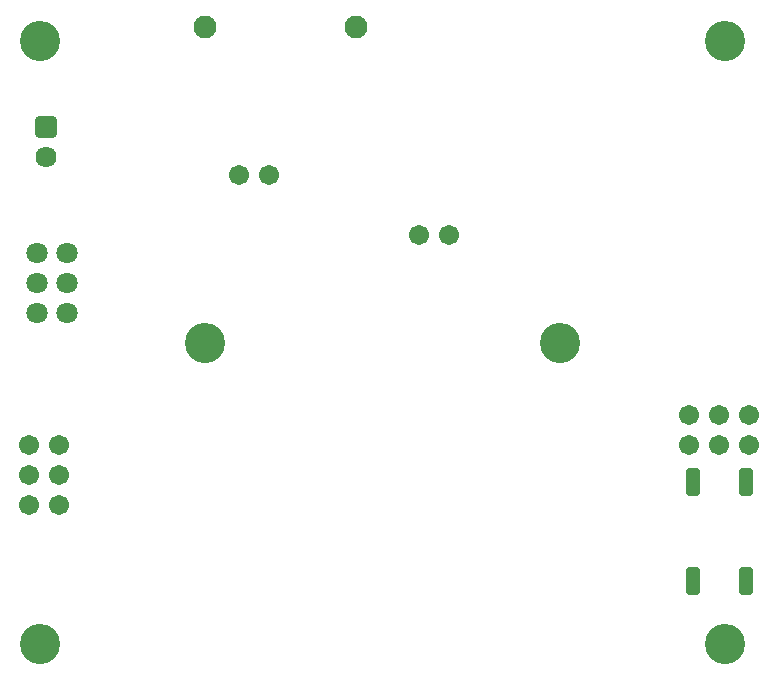
<source format=gbr>
%TF.GenerationSoftware,Altium Limited,Altium Designer,20.1.8 (145)*%
G04 Layer_Color=16711833*
%FSLAX45Y45*%
%MOMM*%
%TF.SameCoordinates,BC6BF5D2-64E0-48A2-8BE4-7255E7142536*%
%TF.FilePolarity,Negative*%
%TF.FileFunction,Soldermask,Bot*%
%TF.Part,Single*%
G01*
G75*
%TA.AperFunction,SMDPad,CuDef*%
G04:AMPARAMS|DCode=46|XSize=2.3032mm|YSize=1.2032mm|CornerRadius=0.1516mm|HoleSize=0mm|Usage=FLASHONLY|Rotation=90.000|XOffset=0mm|YOffset=0mm|HoleType=Round|Shape=RoundedRectangle|*
%AMROUNDEDRECTD46*
21,1,2.30320,0.90000,0,0,90.0*
21,1,2.00000,1.20320,0,0,90.0*
1,1,0.30320,0.45000,1.00000*
1,1,0.30320,0.45000,-1.00000*
1,1,0.30320,-0.45000,-1.00000*
1,1,0.30320,-0.45000,1.00000*
%
%ADD46ROUNDEDRECTD46*%
%TA.AperFunction,ComponentPad*%
%ADD47C,3.40320*%
%ADD48C,1.95320*%
%ADD49C,1.70320*%
%ADD50C,1.80320*%
%ADD51C,1.78320*%
G04:AMPARAMS|DCode=52|XSize=1.7832mm|YSize=1.7832mm|CornerRadius=0.2596mm|HoleSize=0mm|Usage=FLASHONLY|Rotation=0.000|XOffset=0mm|YOffset=0mm|HoleType=Round|Shape=RoundedRectangle|*
%AMROUNDEDRECTD52*
21,1,1.78320,1.26400,0,0,0.0*
21,1,1.26400,1.78320,0,0,0.0*
1,1,0.51920,0.63200,-0.63200*
1,1,0.51920,-0.63200,-0.63200*
1,1,0.51920,-0.63200,0.63200*
1,1,0.51920,0.63200,0.63200*
%
%ADD52ROUNDEDRECTD52*%
%TA.AperFunction,WasherPad*%
%ADD53C,3.40320*%
D46*
X6325000Y880000D02*
D03*
Y1720000D02*
D03*
X5875000Y880000D02*
D03*
Y1720000D02*
D03*
D47*
X4750000Y2900000D02*
D03*
X1747500Y2897500D02*
D03*
D48*
X3030000Y5570000D02*
D03*
X1750000D02*
D03*
D49*
X508000Y2032000D02*
D03*
X254000D02*
D03*
X2286000Y4318000D02*
D03*
X508000Y1524000D02*
D03*
X3810000Y3810000D02*
D03*
X6350000Y2032000D02*
D03*
X254000Y1778000D02*
D03*
Y1524000D02*
D03*
X5842000Y2032000D02*
D03*
Y2286000D02*
D03*
X3556000Y3810000D02*
D03*
X6096000Y2032000D02*
D03*
X508000Y1778000D02*
D03*
X6350000Y2286000D02*
D03*
X2032000Y4318000D02*
D03*
X6096000Y2286000D02*
D03*
D50*
X577801Y3658025D02*
D03*
Y3404025D02*
D03*
Y3150025D02*
D03*
X323801D02*
D03*
Y3404025D02*
D03*
Y3658025D02*
D03*
D51*
X400000Y4473000D02*
D03*
D52*
Y4727000D02*
D03*
D53*
X6150000Y350000D02*
D03*
Y5450000D02*
D03*
X350000Y350000D02*
D03*
Y5450000D02*
D03*
%TF.MD5,0903008544992ef7e937296af9656f38*%
M02*

</source>
